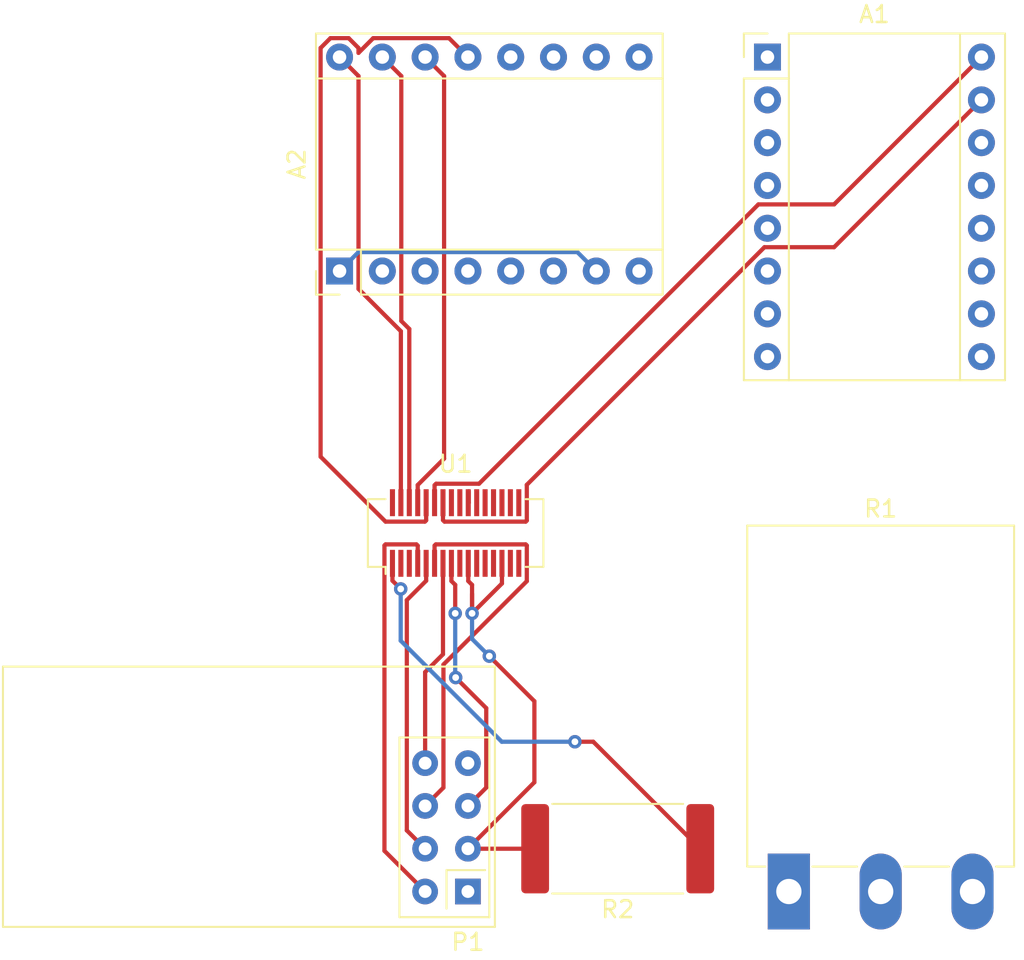
<source format=kicad_pcb>
(kicad_pcb (version 20171130) (host pcbnew 5.1.9)

  (general
    (thickness 1.6)
    (drawings 0)
    (tracks 97)
    (zones 0)
    (modules 6)
    (nets 49)
  )

  (page A4)
  (layers
    (0 F.Cu signal)
    (31 B.Cu signal)
    (32 B.Adhes user)
    (33 F.Adhes user)
    (34 B.Paste user)
    (35 F.Paste user)
    (36 B.SilkS user)
    (37 F.SilkS user)
    (38 B.Mask user)
    (39 F.Mask user)
    (40 Dwgs.User user)
    (41 Cmts.User user)
    (42 Eco1.User user)
    (43 Eco2.User user)
    (44 Edge.Cuts user)
    (45 Margin user)
    (46 B.CrtYd user)
    (47 F.CrtYd user)
    (48 B.Fab user)
    (49 F.Fab user)
  )

  (setup
    (last_trace_width 0.25)
    (trace_clearance 0.2)
    (zone_clearance 0.508)
    (zone_45_only no)
    (trace_min 0.2)
    (via_size 0.8)
    (via_drill 0.4)
    (via_min_size 0.4)
    (via_min_drill 0.3)
    (uvia_size 0.3)
    (uvia_drill 0.1)
    (uvias_allowed no)
    (uvia_min_size 0.2)
    (uvia_min_drill 0.1)
    (edge_width 0.05)
    (segment_width 0.2)
    (pcb_text_width 0.3)
    (pcb_text_size 1.5 1.5)
    (mod_edge_width 0.12)
    (mod_text_size 1 1)
    (mod_text_width 0.15)
    (pad_size 1.524 1.524)
    (pad_drill 0.762)
    (pad_to_mask_clearance 0)
    (aux_axis_origin 0 0)
    (visible_elements FFFFFF7F)
    (pcbplotparams
      (layerselection 0x010fc_ffffffff)
      (usegerberextensions false)
      (usegerberattributes true)
      (usegerberadvancedattributes true)
      (creategerberjobfile true)
      (excludeedgelayer true)
      (linewidth 0.100000)
      (plotframeref false)
      (viasonmask false)
      (mode 1)
      (useauxorigin false)
      (hpglpennumber 1)
      (hpglpenspeed 20)
      (hpglpendiameter 15.000000)
      (psnegative false)
      (psa4output false)
      (plotreference true)
      (plotvalue true)
      (plotinvisibletext false)
      (padsonsilk false)
      (subtractmaskfromsilk false)
      (outputformat 1)
      (mirror false)
      (drillshape 1)
      (scaleselection 1)
      (outputdirectory ""))
  )

  (net 0 "")
  (net 1 "Net-(A1-Pad16)")
  (net 2 +12V)
  (net 3 "Net-(A1-Pad15)")
  (net 4 GND)
  (net 5 "Net-(A1-Pad14)")
  (net 6 "Net-(A1-Pad6)")
  (net 7 "Net-(A1-Pad13)")
  (net 8 "Net-(A1-Pad5)")
  (net 9 "Net-(A1-Pad12)")
  (net 10 "Net-(A1-Pad4)")
  (net 11 "Net-(A1-Pad11)")
  (net 12 "Net-(A1-Pad3)")
  (net 13 "Net-(A1-Pad10)")
  (net 14 "Net-(A1-Pad2)")
  (net 15 "Net-(A1-Pad9)")
  (net 16 "Net-(A2-Pad16)")
  (net 17 "Net-(A2-Pad15)")
  (net 18 "Net-(A2-Pad14)")
  (net 19 "Net-(A2-Pad6)")
  (net 20 "Net-(A2-Pad13)")
  (net 21 "Net-(A2-Pad5)")
  (net 22 "Net-(A2-Pad12)")
  (net 23 "Net-(A2-Pad4)")
  (net 24 "Net-(A2-Pad11)")
  (net 25 "Net-(A2-Pad3)")
  (net 26 "Net-(A2-Pad10)")
  (net 27 "Net-(A2-Pad2)")
  (net 28 "Net-(A2-Pad9)")
  (net 29 "Net-(P1-Pad8)")
  (net 30 "Net-(P1-Pad7)")
  (net 31 "Net-(P1-Pad6)")
  (net 32 "Net-(P1-Pad5)")
  (net 33 "Net-(P1-Pad4)")
  (net 34 "Net-(P1-Pad2)")
  (net 35 "Net-(P1-Pad1)")
  (net 36 "Net-(R1-Pad2)")
  (net 37 +3V3)
  (net 38 "Net-(U1-Pad30)")
  (net 39 "Net-(U1-Pad29)")
  (net 40 "Net-(U1-Pad28)")
  (net 41 "Net-(U1-Pad25)")
  (net 42 "Net-(U1-Pad24)")
  (net 43 "Net-(U1-Pad17)")
  (net 44 "Net-(U1-Pad16)")
  (net 45 "Net-(U1-Pad13)")
  (net 46 "Net-(U1-Pad12)")
  (net 47 "Net-(U1-Pad3)")
  (net 48 "Net-(U1-Pad2)")

  (net_class Default "This is the default net class."
    (clearance 0.2)
    (trace_width 0.25)
    (via_dia 0.8)
    (via_drill 0.4)
    (uvia_dia 0.3)
    (uvia_drill 0.1)
    (add_net +12V)
    (add_net +3V3)
    (add_net GND)
    (add_net "Net-(A1-Pad10)")
    (add_net "Net-(A1-Pad11)")
    (add_net "Net-(A1-Pad12)")
    (add_net "Net-(A1-Pad13)")
    (add_net "Net-(A1-Pad14)")
    (add_net "Net-(A1-Pad15)")
    (add_net "Net-(A1-Pad16)")
    (add_net "Net-(A1-Pad2)")
    (add_net "Net-(A1-Pad3)")
    (add_net "Net-(A1-Pad4)")
    (add_net "Net-(A1-Pad5)")
    (add_net "Net-(A1-Pad6)")
    (add_net "Net-(A1-Pad9)")
    (add_net "Net-(A2-Pad10)")
    (add_net "Net-(A2-Pad11)")
    (add_net "Net-(A2-Pad12)")
    (add_net "Net-(A2-Pad13)")
    (add_net "Net-(A2-Pad14)")
    (add_net "Net-(A2-Pad15)")
    (add_net "Net-(A2-Pad16)")
    (add_net "Net-(A2-Pad2)")
    (add_net "Net-(A2-Pad3)")
    (add_net "Net-(A2-Pad4)")
    (add_net "Net-(A2-Pad5)")
    (add_net "Net-(A2-Pad6)")
    (add_net "Net-(A2-Pad9)")
    (add_net "Net-(P1-Pad1)")
    (add_net "Net-(P1-Pad2)")
    (add_net "Net-(P1-Pad4)")
    (add_net "Net-(P1-Pad5)")
    (add_net "Net-(P1-Pad6)")
    (add_net "Net-(P1-Pad7)")
    (add_net "Net-(P1-Pad8)")
    (add_net "Net-(R1-Pad2)")
    (add_net "Net-(U1-Pad12)")
    (add_net "Net-(U1-Pad13)")
    (add_net "Net-(U1-Pad16)")
    (add_net "Net-(U1-Pad17)")
    (add_net "Net-(U1-Pad2)")
    (add_net "Net-(U1-Pad24)")
    (add_net "Net-(U1-Pad25)")
    (add_net "Net-(U1-Pad28)")
    (add_net "Net-(U1-Pad29)")
    (add_net "Net-(U1-Pad3)")
    (add_net "Net-(U1-Pad30)")
  )

  (module Connector_Hirose:Hirose_DF12_DF12E3.0-32DP-0.5V_2x16_P0.50mm_Vertical (layer F.Cu) (tedit 5D2467A2) (tstamp 60167E59)
    (at 146.59 65.08)
    (descr "Hirose DF12E SMD, DF12E3.0-32DP-0.5V, 32 Pins per row (https://www.hirose.com/product/document?clcode=CL0537-0834-6-81&productname=DF12E(3.0)-50DP-0.5V(81)&series=DF12&documenttype=2DDrawing&lang=en&documentid=0000992393), generated with kicad-footprint-generator")
    (tags "connector Hirose DF12 vertical")
    (path /6014BF17)
    (attr smd)
    (fp_text reference U1 (at 0 -4.1) (layer F.SilkS)
      (effects (font (size 1 1) (thickness 0.15)))
    )
    (fp_text value "NodeMCU_1.0_(ESP-12E)" (at 0 4.1) (layer F.Fab)
      (effects (font (size 1 1) (thickness 0.15)))
    )
    (fp_text user %R (at 0 -1.2) (layer F.Fab)
      (effects (font (size 1 1) (thickness 0.15)))
    )
    (fp_line (start -5.1 1.9) (end -5.1 -1.9) (layer F.Fab) (width 0.1))
    (fp_line (start -5.1 -1.9) (end 5.1 -1.9) (layer F.Fab) (width 0.1))
    (fp_line (start 5.1 -1.9) (end 5.1 1.9) (layer F.Fab) (width 0.1))
    (fp_line (start 5.1 1.9) (end -5.1 1.9) (layer F.Fab) (width 0.1))
    (fp_line (start -4.35 1.225) (end -4.35 -1.225) (layer F.Fab) (width 0.1))
    (fp_line (start -4.35 -1.225) (end 4.35 -1.225) (layer F.Fab) (width 0.1))
    (fp_line (start 4.35 -1.225) (end 4.35 1.225) (layer F.Fab) (width 0.1))
    (fp_line (start 4.35 1.225) (end -4.35 1.225) (layer F.Fab) (width 0.1))
    (fp_line (start -3.95 2.65) (end -3.75 1.8) (layer F.Fab) (width 0.1))
    (fp_line (start -3.75 1.8) (end -3.55 2.65) (layer F.Fab) (width 0.1))
    (fp_line (start -3.55 2.65) (end -3.95 2.65) (layer F.Fab) (width 0.1))
    (fp_line (start -4.16 2.433333) (end -4.16 2.01) (layer F.SilkS) (width 0.12))
    (fp_line (start -4.16 2.01) (end -5.21 2.01) (layer F.SilkS) (width 0.12))
    (fp_line (start -5.21 2.01) (end -5.21 -2.01) (layer F.SilkS) (width 0.12))
    (fp_line (start -5.21 -2.01) (end -4.16 -2.01) (layer F.SilkS) (width 0.12))
    (fp_line (start 4.16 2.01) (end 5.21 2.01) (layer F.SilkS) (width 0.12))
    (fp_line (start 5.21 2.01) (end 5.21 -2.01) (layer F.SilkS) (width 0.12))
    (fp_line (start 5.21 -2.01) (end 4.16 -2.01) (layer F.SilkS) (width 0.12))
    (fp_line (start -5.6 -3.1) (end -5.6 3.1) (layer F.CrtYd) (width 0.05))
    (fp_line (start -5.6 3.1) (end 5.6 3.1) (layer F.CrtYd) (width 0.05))
    (fp_line (start 5.6 3.1) (end 5.6 -3.1) (layer F.CrtYd) (width 0.05))
    (fp_line (start 5.6 -3.1) (end -5.6 -3.1) (layer F.CrtYd) (width 0.05))
    (pad "" smd rect (at 3.75 -2) (size 0.28 1.2) (layers F.Paste))
    (pad "" smd rect (at 3.25 -2) (size 0.28 1.2) (layers F.Paste))
    (pad "" smd rect (at 2.75 -2) (size 0.28 1.2) (layers F.Paste))
    (pad "" smd rect (at 2.25 -2) (size 0.28 1.2) (layers F.Paste))
    (pad "" smd rect (at 1.75 -2) (size 0.28 1.2) (layers F.Paste))
    (pad "" smd rect (at 1.25 -2) (size 0.28 1.2) (layers F.Paste))
    (pad "" smd rect (at 0.75 -2) (size 0.28 1.2) (layers F.Paste))
    (pad "" smd rect (at 0.25 -2) (size 0.28 1.2) (layers F.Paste))
    (pad "" smd rect (at -0.25 -2) (size 0.28 1.2) (layers F.Paste))
    (pad "" smd rect (at -0.75 -2) (size 0.28 1.2) (layers F.Paste))
    (pad "" smd rect (at -1.25 -2) (size 0.28 1.2) (layers F.Paste))
    (pad "" smd rect (at -1.75 -2) (size 0.28 1.2) (layers F.Paste))
    (pad "" smd rect (at -2.25 -2) (size 0.28 1.2) (layers F.Paste))
    (pad "" smd rect (at -2.75 -2) (size 0.28 1.2) (layers F.Paste))
    (pad "" smd rect (at -3.25 -2) (size 0.28 1.2) (layers F.Paste))
    (pad "" smd rect (at -3.75 -2) (size 0.28 1.2) (layers F.Paste))
    (pad "" smd rect (at 3.75 2) (size 0.28 1.2) (layers F.Paste))
    (pad "" smd rect (at 3.25 2) (size 0.28 1.2) (layers F.Paste))
    (pad "" smd rect (at 2.75 2) (size 0.28 1.2) (layers F.Paste))
    (pad "" smd rect (at 2.25 2) (size 0.28 1.2) (layers F.Paste))
    (pad "" smd rect (at 1.75 2) (size 0.28 1.2) (layers F.Paste))
    (pad "" smd rect (at 1.25 2) (size 0.28 1.2) (layers F.Paste))
    (pad "" smd rect (at 0.75 2) (size 0.28 1.2) (layers F.Paste))
    (pad "" smd rect (at 0.25 2) (size 0.28 1.2) (layers F.Paste))
    (pad "" smd rect (at -0.25 2) (size 0.28 1.2) (layers F.Paste))
    (pad "" smd rect (at -0.75 2) (size 0.28 1.2) (layers F.Paste))
    (pad "" smd rect (at -1.25 2) (size 0.28 1.2) (layers F.Paste))
    (pad "" smd rect (at -1.75 2) (size 0.28 1.2) (layers F.Paste))
    (pad "" smd rect (at -2.25 2) (size 0.28 1.2) (layers F.Paste))
    (pad "" smd rect (at -2.75 2) (size 0.28 1.2) (layers F.Paste))
    (pad "" smd rect (at -3.25 2) (size 0.28 1.2) (layers F.Paste))
    (pad "" smd rect (at -3.75 2) (size 0.28 1.2) (layers F.Paste))
    (pad 32 smd rect (at 3.75 -1.8) (size 0.3 1.6) (layers F.Cu F.Mask))
    (pad 31 smd rect (at 3.25 -1.8) (size 0.3 1.6) (layers F.Cu F.Mask))
    (pad 30 smd rect (at 2.75 -1.8) (size 0.3 1.6) (layers F.Cu F.Mask)
      (net 38 "Net-(U1-Pad30)"))
    (pad 29 smd rect (at 2.25 -1.8) (size 0.3 1.6) (layers F.Cu F.Mask)
      (net 39 "Net-(U1-Pad29)"))
    (pad 28 smd rect (at 1.75 -1.8) (size 0.3 1.6) (layers F.Cu F.Mask)
      (net 40 "Net-(U1-Pad28)"))
    (pad 27 smd rect (at 1.25 -1.8) (size 0.3 1.6) (layers F.Cu F.Mask)
      (net 7 "Net-(A1-Pad13)"))
    (pad 26 smd rect (at 0.75 -1.8) (size 0.3 1.6) (layers F.Cu F.Mask)
      (net 5 "Net-(A1-Pad14)"))
    (pad 25 smd rect (at 0.25 -1.8) (size 0.3 1.6) (layers F.Cu F.Mask)
      (net 41 "Net-(U1-Pad25)"))
    (pad 24 smd rect (at -0.25 -1.8) (size 0.3 1.6) (layers F.Cu F.Mask)
      (net 42 "Net-(U1-Pad24)"))
    (pad 23 smd rect (at -0.75 -1.8) (size 0.3 1.6) (layers F.Cu F.Mask)
      (net 3 "Net-(A1-Pad15)"))
    (pad 22 smd rect (at -1.25 -1.8) (size 0.3 1.6) (layers F.Cu F.Mask)
      (net 1 "Net-(A1-Pad16)"))
    (pad 21 smd rect (at -1.75 -1.8) (size 0.3 1.6) (layers F.Cu F.Mask)
      (net 20 "Net-(A2-Pad13)"))
    (pad 20 smd rect (at -2.25 -1.8) (size 0.3 1.6) (layers F.Cu F.Mask)
      (net 18 "Net-(A2-Pad14)"))
    (pad 19 smd rect (at -2.75 -1.8) (size 0.3 1.6) (layers F.Cu F.Mask)
      (net 17 "Net-(A2-Pad15)"))
    (pad 18 smd rect (at -3.25 -1.8) (size 0.3 1.6) (layers F.Cu F.Mask)
      (net 16 "Net-(A2-Pad16)"))
    (pad 17 smd rect (at -3.75 -1.8) (size 0.3 1.6) (layers F.Cu F.Mask)
      (net 43 "Net-(U1-Pad17)"))
    (pad 16 smd rect (at 3.75 1.8) (size 0.3 1.6) (layers F.Cu F.Mask)
      (net 44 "Net-(U1-Pad16)"))
    (pad 15 smd rect (at 3.25 1.8) (size 0.3 1.6) (layers F.Cu F.Mask)
      (net 37 +3V3))
    (pad 14 smd rect (at 2.75 1.8) (size 0.3 1.6) (layers F.Cu F.Mask)
      (net 4 GND))
    (pad 13 smd rect (at 2.25 1.8) (size 0.3 1.6) (layers F.Cu F.Mask)
      (net 45 "Net-(U1-Pad13)"))
    (pad 12 smd rect (at 1.75 1.8) (size 0.3 1.6) (layers F.Cu F.Mask)
      (net 46 "Net-(U1-Pad12)"))
    (pad 11 smd rect (at 1.25 1.8) (size 0.3 1.6) (layers F.Cu F.Mask)
      (net 35 "Net-(P1-Pad1)"))
    (pad 10 smd rect (at 0.75 1.8) (size 0.3 1.6) (layers F.Cu F.Mask)
      (net 4 GND))
    (pad 9 smd rect (at 0.25 1.8) (size 0.3 1.6) (layers F.Cu F.Mask)
      (net 30 "Net-(P1-Pad7)"))
    (pad 8 smd rect (at -0.25 1.8) (size 0.3 1.6) (layers F.Cu F.Mask)
      (net 32 "Net-(P1-Pad5)"))
    (pad 7 smd rect (at -0.75 1.8) (size 0.3 1.6) (layers F.Cu F.Mask)
      (net 29 "Net-(P1-Pad8)"))
    (pad 6 smd rect (at -1.25 1.8) (size 0.3 1.6) (layers F.Cu F.Mask)
      (net 31 "Net-(P1-Pad6)"))
    (pad 5 smd rect (at -1.75 1.8) (size 0.3 1.6) (layers F.Cu F.Mask)
      (net 33 "Net-(P1-Pad4)"))
    (pad 4 smd rect (at -2.25 1.8) (size 0.3 1.6) (layers F.Cu F.Mask)
      (net 34 "Net-(P1-Pad2)"))
    (pad 3 smd rect (at -2.75 1.8) (size 0.3 1.6) (layers F.Cu F.Mask)
      (net 47 "Net-(U1-Pad3)"))
    (pad 2 smd rect (at -3.25 1.8) (size 0.3 1.6) (layers F.Cu F.Mask)
      (net 48 "Net-(U1-Pad2)"))
    (pad 1 smd rect (at -3.75 1.8) (size 0.3 1.6) (layers F.Cu F.Mask)
      (net 36 "Net-(R1-Pad2)"))
    (model ${KISYS3DMOD}/Connector_Hirose.3dshapes/Hirose_DF12_DF12E3.0-32DP-0.5V_2x16_P0.50mm_Vertical.wrl
      (at (xyz 0 0 0))
      (scale (xyz 1 1 1))
      (rotate (xyz 0 0 0))
    )
  )

  (module Resistor_SMD:R_4020_10251Metric_Pad1.65x5.30mm_HandSolder (layer F.Cu) (tedit 5F68FEEE) (tstamp 60167DFE)
    (at 156.21 83.82 180)
    (descr "Resistor SMD 4020 (10251 Metric), square (rectangular) end terminal, IPC_7351 nominal with elongated pad for handsoldering. (Body size source: http://datasheet.octopart.com/HVC0603T5004FET-Ohmite-datasheet-26699797.pdf), generated with kicad-footprint-generator")
    (tags "resistor handsolder")
    (path /601DE619)
    (attr smd)
    (fp_text reference R2 (at 0 -3.6) (layer F.SilkS)
      (effects (font (size 1 1) (thickness 0.15)))
    )
    (fp_text value R (at 0 3.6) (layer F.Fab)
      (effects (font (size 1 1) (thickness 0.15)))
    )
    (fp_text user %R (at 0 0) (layer F.Fab)
      (effects (font (size 1 1) (thickness 0.15)))
    )
    (fp_line (start -5.1 2.55) (end -5.1 -2.55) (layer F.Fab) (width 0.1))
    (fp_line (start -5.1 -2.55) (end 5.1 -2.55) (layer F.Fab) (width 0.1))
    (fp_line (start 5.1 -2.55) (end 5.1 2.55) (layer F.Fab) (width 0.1))
    (fp_line (start 5.1 2.55) (end -5.1 2.55) (layer F.Fab) (width 0.1))
    (fp_line (start -3.886252 -2.66) (end 3.886252 -2.66) (layer F.SilkS) (width 0.12))
    (fp_line (start -3.886252 2.66) (end 3.886252 2.66) (layer F.SilkS) (width 0.12))
    (fp_line (start -5.98 2.9) (end -5.98 -2.9) (layer F.CrtYd) (width 0.05))
    (fp_line (start -5.98 -2.9) (end 5.98 -2.9) (layer F.CrtYd) (width 0.05))
    (fp_line (start 5.98 -2.9) (end 5.98 2.9) (layer F.CrtYd) (width 0.05))
    (fp_line (start 5.98 2.9) (end -5.98 2.9) (layer F.CrtYd) (width 0.05))
    (pad 2 smd roundrect (at 4.9 0 180) (size 1.65 5.3) (layers F.Cu F.Paste F.Mask) (roundrect_rratio 0.151515)
      (net 4 GND))
    (pad 1 smd roundrect (at -4.9 0 180) (size 1.65 5.3) (layers F.Cu F.Paste F.Mask) (roundrect_rratio 0.151515)
      (net 36 "Net-(R1-Pad2)"))
    (model ${KISYS3DMOD}/Resistor_SMD.3dshapes/R_4020_10251Metric.wrl
      (at (xyz 0 0 0))
      (scale (xyz 1 1 1))
      (rotate (xyz 0 0 0))
    )
  )

  (module Package_TO_SOT_THT:TO-3PB-3_Horizontal_TabDown (layer F.Cu) (tedit 5AC8701B) (tstamp 60167DED)
    (at 166.37 86.36)
    (descr "TO-3PB-3, Horizontal, RM 5.45mm, , see http://www.onsemi.com/pub/Collateral/340AC.PDF")
    (tags "TO-3PB-3 Horizontal RM 5.45mm ")
    (path /6015693C)
    (fp_text reference R1 (at 5.45 -22.72) (layer F.SilkS)
      (effects (font (size 1 1) (thickness 0.15)))
    )
    (fp_text value R_Variable (at 5.45 3.25) (layer F.Fab)
      (effects (font (size 1 1) (thickness 0.15)))
    )
    (fp_text user %R (at 5.45 -22.72) (layer F.Fab)
      (effects (font (size 1 1) (thickness 0.15)))
    )
    (fp_circle (center 5.45 -16.6) (end 7.05 -16.6) (layer F.Fab) (width 0.1))
    (fp_line (start -2.35 -15.401) (end -2.35 -19.3) (layer F.Fab) (width 0.1))
    (fp_line (start -2.35 -19.3) (end -1.05 -21.6) (layer F.Fab) (width 0.1))
    (fp_line (start -1.05 -21.6) (end 11.95 -21.6) (layer F.Fab) (width 0.1))
    (fp_line (start 11.95 -21.6) (end 13.25 -19.3) (layer F.Fab) (width 0.1))
    (fp_line (start 13.25 -19.3) (end 13.25 -15.401) (layer F.Fab) (width 0.1))
    (fp_line (start -2.35 -1.6) (end -2.35 -15.401) (layer F.Fab) (width 0.1))
    (fp_line (start -2.35 -15.401) (end 0.351 -20.1) (layer F.Fab) (width 0.1))
    (fp_line (start 0.351 -20.1) (end 10.55 -20.1) (layer F.Fab) (width 0.1))
    (fp_line (start 10.55 -20.1) (end 13.25 -15.401) (layer F.Fab) (width 0.1))
    (fp_line (start 13.25 -15.401) (end 13.25 -1.6) (layer F.Fab) (width 0.1))
    (fp_line (start 13.25 -1.6) (end -2.35 -1.6) (layer F.Fab) (width 0.1))
    (fp_line (start 0 -1.6) (end 0 0) (layer F.Fab) (width 0.1))
    (fp_line (start 5.45 -1.6) (end 5.45 0) (layer F.Fab) (width 0.1))
    (fp_line (start 10.9 -1.6) (end 10.9 0) (layer F.Fab) (width 0.1))
    (fp_line (start -2.47 -1.48) (end -1.4 -1.48) (layer F.SilkS) (width 0.12))
    (fp_line (start 1.4 -1.48) (end 4.051 -1.48) (layer F.SilkS) (width 0.12))
    (fp_line (start 6.85 -1.48) (end 9.5 -1.48) (layer F.SilkS) (width 0.12))
    (fp_line (start 12.3 -1.48) (end 13.37 -1.48) (layer F.SilkS) (width 0.12))
    (fp_line (start -2.47 -21.72) (end 13.37 -21.72) (layer F.SilkS) (width 0.12))
    (fp_line (start -2.47 -21.72) (end -2.47 -1.48) (layer F.SilkS) (width 0.12))
    (fp_line (start 13.37 -21.72) (end 13.37 -1.48) (layer F.SilkS) (width 0.12))
    (fp_line (start -2.6 -21.85) (end -2.6 2.5) (layer F.CrtYd) (width 0.05))
    (fp_line (start -2.6 2.5) (end 13.51 2.5) (layer F.CrtYd) (width 0.05))
    (fp_line (start 13.51 2.5) (end 13.51 -21.85) (layer F.CrtYd) (width 0.05))
    (fp_line (start 13.51 -21.85) (end -2.6 -21.85) (layer F.CrtYd) (width 0.05))
    (pad 3 thru_hole oval (at 10.9 0) (size 2.5 4.5) (drill 1.5) (layers *.Cu *.Mask))
    (pad 2 thru_hole oval (at 5.45 0) (size 2.5 4.5) (drill 1.5) (layers *.Cu *.Mask)
      (net 36 "Net-(R1-Pad2)"))
    (pad 1 thru_hole rect (at 0 0) (size 2.5 4.5) (drill 1.5) (layers *.Cu *.Mask)
      (net 37 +3V3))
    (pad "" np_thru_hole oval (at 5.45 -16.6) (size 3.4 3.4) (drill 3.4) (layers *.Cu *.Mask))
    (model ${KISYS3DMOD}/Package_TO_SOT_THT.3dshapes/TO-3PB-3_Horizontal_TabDown.wrl
      (at (xyz 0 0 0))
      (scale (xyz 1 1 1))
      (rotate (xyz 0 0 0))
    )
  )

  (module RF_Module:nRF24L01_Breakout (layer F.Cu) (tedit 5A056C61) (tstamp 60167DCA)
    (at 147.32 86.36 180)
    (descr "nRF24L01 breakout board")
    (tags "nRF24L01 adapter breakout")
    (path /601587C2)
    (fp_text reference P1 (at 0 -3) (layer F.SilkS)
      (effects (font (size 1 1) (thickness 0.15)))
    )
    (fp_text value RFID-RC522-MODULE (at 13 5) (layer F.Fab)
      (effects (font (size 1 1) (thickness 0.15)))
    )
    (fp_text user %R (at 12.5 2.5) (layer F.Fab)
      (effects (font (size 1 1) (thickness 0.15)))
    )
    (fp_line (start -1.5 -2) (end 27.5 -2) (layer F.Fab) (width 0.1))
    (fp_line (start 27.5 -2) (end 27.5 13.25) (layer F.Fab) (width 0.1))
    (fp_line (start 27.5 13.25) (end -1.5 13.25) (layer F.Fab) (width 0.1))
    (fp_line (start -1.5 13.25) (end -1.5 -2) (layer F.Fab) (width 0.1))
    (fp_line (start -1.5 -2) (end -1.5 -2) (layer F.Fab) (width 0.1))
    (fp_line (start -1.27 -1.27) (end 3.81 -1.27) (layer F.Fab) (width 0.1))
    (fp_line (start 3.81 -1.27) (end 3.81 8.89) (layer F.Fab) (width 0.1))
    (fp_line (start 3.81 8.89) (end -1.27 8.89) (layer F.Fab) (width 0.1))
    (fp_line (start -1.27 8.89) (end -1.27 -1.27) (layer F.Fab) (width 0.1))
    (fp_line (start -1.27 -1.27) (end -1.27 -1.27) (layer F.Fab) (width 0.1))
    (fp_line (start -1.27 -1.524) (end 4.064 -1.524) (layer F.SilkS) (width 0.12))
    (fp_line (start 4.064 -1.524) (end 4.064 9.144) (layer F.SilkS) (width 0.12))
    (fp_line (start 4.064 9.144) (end -1.27 9.144) (layer F.SilkS) (width 0.12))
    (fp_line (start -1.27 9.144) (end -1.27 9.144) (layer F.SilkS) (width 0.12))
    (fp_line (start 1.27 -1.016) (end 1.27 1.27) (layer F.SilkS) (width 0.12))
    (fp_line (start 1.27 1.27) (end -1.016 1.27) (layer F.SilkS) (width 0.12))
    (fp_line (start -1.016 1.27) (end -1.016 1.27) (layer F.SilkS) (width 0.12))
    (fp_line (start -1.6 -2.1) (end 27.6 -2.1) (layer F.SilkS) (width 0.12))
    (fp_line (start 27.6 -2.1) (end 27.6 13.35) (layer F.SilkS) (width 0.12))
    (fp_line (start 27.6 13.35) (end -1.6 13.35) (layer F.SilkS) (width 0.12))
    (fp_line (start -1.6 13.35) (end -1.6 -2.1) (layer F.SilkS) (width 0.12))
    (fp_line (start -1.6 -2.1) (end -1.6 -2.1) (layer F.SilkS) (width 0.12))
    (fp_line (start -1.27 9.144) (end -1.27 -1.524) (layer F.SilkS) (width 0.12))
    (fp_line (start -1.27 -1.524) (end -1.27 -1.524) (layer F.SilkS) (width 0.12))
    (fp_line (start 27.75 -2.25) (end -1.75 -2.25) (layer F.CrtYd) (width 0.05))
    (fp_line (start -1.75 -2.25) (end -1.75 13.5) (layer F.CrtYd) (width 0.05))
    (fp_line (start -1.75 13.5) (end 27.75 13.5) (layer F.CrtYd) (width 0.05))
    (fp_line (start 27.75 13.5) (end 27.75 -2.25) (layer F.CrtYd) (width 0.05))
    (fp_line (start 27.75 -2.25) (end 27.75 -2.25) (layer F.CrtYd) (width 0.05))
    (pad 8 thru_hole circle (at 2.54 7.62 180) (size 1.524 1.524) (drill 0.762) (layers *.Cu *.Mask)
      (net 29 "Net-(P1-Pad8)"))
    (pad 7 thru_hole circle (at 0 7.62 180) (size 1.524 1.524) (drill 0.762) (layers *.Cu *.Mask)
      (net 30 "Net-(P1-Pad7)"))
    (pad 6 thru_hole circle (at 2.54 5.08 180) (size 1.524 1.524) (drill 0.762) (layers *.Cu *.Mask)
      (net 31 "Net-(P1-Pad6)"))
    (pad 5 thru_hole circle (at 0 5.08 180) (size 1.524 1.524) (drill 0.762) (layers *.Cu *.Mask)
      (net 32 "Net-(P1-Pad5)"))
    (pad 4 thru_hole circle (at 2.54 2.54 180) (size 1.524 1.524) (drill 0.762) (layers *.Cu *.Mask)
      (net 33 "Net-(P1-Pad4)"))
    (pad 3 thru_hole circle (at 0 2.54 180) (size 1.524 1.524) (drill 0.762) (layers *.Cu *.Mask)
      (net 4 GND))
    (pad 2 thru_hole circle (at 2.54 0 180) (size 1.524 1.524) (drill 0.762) (layers *.Cu *.Mask)
      (net 34 "Net-(P1-Pad2)"))
    (pad 1 thru_hole rect (at 0 0 180) (size 1.524 1.524) (drill 0.762) (layers *.Cu *.Mask)
      (net 35 "Net-(P1-Pad1)"))
    (model ${KISYS3DMOD}/RF_Module.3dshapes/nRF24L01_Breakout.wrl
      (at (xyz 0 0 0))
      (scale (xyz 1 1 1))
      (rotate (xyz 0 0 0))
    )
  )

  (module Module:Pololu_Breakout-16_15.2x20.3mm (layer F.Cu) (tedit 58AB602C) (tstamp 60167DA0)
    (at 139.7 49.53 90)
    (descr "Pololu Breakout 16-pin 15.2x20.3mm 0.6x0.8\\")
    (tags "Pololu Breakout")
    (path /6014F3F0)
    (fp_text reference A2 (at 6.35 -2.54 90) (layer F.SilkS)
      (effects (font (size 1 1) (thickness 0.15)))
    )
    (fp_text value Pololu_Breakout_A4988 (at 6.35 20.17 90) (layer F.Fab)
      (effects (font (size 1 1) (thickness 0.15)))
    )
    (fp_text user %R (at 6.35 0 90) (layer F.Fab)
      (effects (font (size 1 1) (thickness 0.15)))
    )
    (fp_line (start 11.43 -1.4) (end 11.43 19.18) (layer F.SilkS) (width 0.12))
    (fp_line (start 1.27 1.27) (end 1.27 19.18) (layer F.SilkS) (width 0.12))
    (fp_line (start 0 -1.4) (end -1.4 -1.4) (layer F.SilkS) (width 0.12))
    (fp_line (start -1.4 -1.4) (end -1.4 0) (layer F.SilkS) (width 0.12))
    (fp_line (start 1.27 -1.4) (end 1.27 1.27) (layer F.SilkS) (width 0.12))
    (fp_line (start 1.27 1.27) (end -1.4 1.27) (layer F.SilkS) (width 0.12))
    (fp_line (start -1.4 1.27) (end -1.4 19.18) (layer F.SilkS) (width 0.12))
    (fp_line (start -1.4 19.18) (end 14.1 19.18) (layer F.SilkS) (width 0.12))
    (fp_line (start 14.1 19.18) (end 14.1 -1.4) (layer F.SilkS) (width 0.12))
    (fp_line (start 14.1 -1.4) (end 1.27 -1.4) (layer F.SilkS) (width 0.12))
    (fp_line (start -1.27 0) (end 0 -1.27) (layer F.Fab) (width 0.1))
    (fp_line (start 0 -1.27) (end 13.97 -1.27) (layer F.Fab) (width 0.1))
    (fp_line (start 13.97 -1.27) (end 13.97 19.05) (layer F.Fab) (width 0.1))
    (fp_line (start 13.97 19.05) (end -1.27 19.05) (layer F.Fab) (width 0.1))
    (fp_line (start -1.27 19.05) (end -1.27 0) (layer F.Fab) (width 0.1))
    (fp_line (start -1.53 -1.52) (end 14.21 -1.52) (layer F.CrtYd) (width 0.05))
    (fp_line (start -1.53 -1.52) (end -1.53 19.3) (layer F.CrtYd) (width 0.05))
    (fp_line (start 14.21 19.3) (end 14.21 -1.52) (layer F.CrtYd) (width 0.05))
    (fp_line (start 14.21 19.3) (end -1.53 19.3) (layer F.CrtYd) (width 0.05))
    (pad 16 thru_hole oval (at 12.7 0 90) (size 1.6 1.6) (drill 0.8) (layers *.Cu *.Mask)
      (net 16 "Net-(A2-Pad16)"))
    (pad 8 thru_hole oval (at 0 17.78 90) (size 1.6 1.6) (drill 0.8) (layers *.Cu *.Mask)
      (net 2 +12V))
    (pad 15 thru_hole oval (at 12.7 2.54 90) (size 1.6 1.6) (drill 0.8) (layers *.Cu *.Mask)
      (net 17 "Net-(A2-Pad15)"))
    (pad 7 thru_hole oval (at 0 15.24 90) (size 1.6 1.6) (drill 0.8) (layers *.Cu *.Mask)
      (net 4 GND))
    (pad 14 thru_hole oval (at 12.7 5.08 90) (size 1.6 1.6) (drill 0.8) (layers *.Cu *.Mask)
      (net 18 "Net-(A2-Pad14)"))
    (pad 6 thru_hole oval (at 0 12.7 90) (size 1.6 1.6) (drill 0.8) (layers *.Cu *.Mask)
      (net 19 "Net-(A2-Pad6)"))
    (pad 13 thru_hole oval (at 12.7 7.62 90) (size 1.6 1.6) (drill 0.8) (layers *.Cu *.Mask)
      (net 20 "Net-(A2-Pad13)"))
    (pad 5 thru_hole oval (at 0 10.16 90) (size 1.6 1.6) (drill 0.8) (layers *.Cu *.Mask)
      (net 21 "Net-(A2-Pad5)"))
    (pad 12 thru_hole oval (at 12.7 10.16 90) (size 1.6 1.6) (drill 0.8) (layers *.Cu *.Mask)
      (net 22 "Net-(A2-Pad12)"))
    (pad 4 thru_hole oval (at 0 7.62 90) (size 1.6 1.6) (drill 0.8) (layers *.Cu *.Mask)
      (net 23 "Net-(A2-Pad4)"))
    (pad 11 thru_hole oval (at 12.7 12.7 90) (size 1.6 1.6) (drill 0.8) (layers *.Cu *.Mask)
      (net 24 "Net-(A2-Pad11)"))
    (pad 3 thru_hole oval (at 0 5.08 90) (size 1.6 1.6) (drill 0.8) (layers *.Cu *.Mask)
      (net 25 "Net-(A2-Pad3)"))
    (pad 10 thru_hole oval (at 12.7 15.24 90) (size 1.6 1.6) (drill 0.8) (layers *.Cu *.Mask)
      (net 26 "Net-(A2-Pad10)"))
    (pad 2 thru_hole oval (at 0 2.54 90) (size 1.6 1.6) (drill 0.8) (layers *.Cu *.Mask)
      (net 27 "Net-(A2-Pad2)"))
    (pad 9 thru_hole oval (at 12.7 17.78 90) (size 1.6 1.6) (drill 0.8) (layers *.Cu *.Mask)
      (net 28 "Net-(A2-Pad9)"))
    (pad 1 thru_hole rect (at 0 0 90) (size 1.6 1.6) (drill 0.8) (layers *.Cu *.Mask)
      (net 4 GND))
    (model ${KISYS3DMOD}/Module.3dshapes/Pololu_Breakout-16_15.2x20.3mm.wrl
      (at (xyz 0 0 0))
      (scale (xyz 1 1 1))
      (rotate (xyz 0 0 0))
    )
  )

  (module Module:Pololu_Breakout-16_15.2x20.3mm (layer F.Cu) (tedit 58AB602C) (tstamp 60167D78)
    (at 165.1 36.83)
    (descr "Pololu Breakout 16-pin 15.2x20.3mm 0.6x0.8\\")
    (tags "Pololu Breakout")
    (path /6014EA75)
    (fp_text reference A1 (at 6.35 -2.54) (layer F.SilkS)
      (effects (font (size 1 1) (thickness 0.15)))
    )
    (fp_text value Pololu_Breakout_A4988 (at 6.35 20.17) (layer F.Fab)
      (effects (font (size 1 1) (thickness 0.15)))
    )
    (fp_text user %R (at 6.35 0) (layer F.Fab)
      (effects (font (size 1 1) (thickness 0.15)))
    )
    (fp_line (start 11.43 -1.4) (end 11.43 19.18) (layer F.SilkS) (width 0.12))
    (fp_line (start 1.27 1.27) (end 1.27 19.18) (layer F.SilkS) (width 0.12))
    (fp_line (start 0 -1.4) (end -1.4 -1.4) (layer F.SilkS) (width 0.12))
    (fp_line (start -1.4 -1.4) (end -1.4 0) (layer F.SilkS) (width 0.12))
    (fp_line (start 1.27 -1.4) (end 1.27 1.27) (layer F.SilkS) (width 0.12))
    (fp_line (start 1.27 1.27) (end -1.4 1.27) (layer F.SilkS) (width 0.12))
    (fp_line (start -1.4 1.27) (end -1.4 19.18) (layer F.SilkS) (width 0.12))
    (fp_line (start -1.4 19.18) (end 14.1 19.18) (layer F.SilkS) (width 0.12))
    (fp_line (start 14.1 19.18) (end 14.1 -1.4) (layer F.SilkS) (width 0.12))
    (fp_line (start 14.1 -1.4) (end 1.27 -1.4) (layer F.SilkS) (width 0.12))
    (fp_line (start -1.27 0) (end 0 -1.27) (layer F.Fab) (width 0.1))
    (fp_line (start 0 -1.27) (end 13.97 -1.27) (layer F.Fab) (width 0.1))
    (fp_line (start 13.97 -1.27) (end 13.97 19.05) (layer F.Fab) (width 0.1))
    (fp_line (start 13.97 19.05) (end -1.27 19.05) (layer F.Fab) (width 0.1))
    (fp_line (start -1.27 19.05) (end -1.27 0) (layer F.Fab) (width 0.1))
    (fp_line (start -1.53 -1.52) (end 14.21 -1.52) (layer F.CrtYd) (width 0.05))
    (fp_line (start -1.53 -1.52) (end -1.53 19.3) (layer F.CrtYd) (width 0.05))
    (fp_line (start 14.21 19.3) (end 14.21 -1.52) (layer F.CrtYd) (width 0.05))
    (fp_line (start 14.21 19.3) (end -1.53 19.3) (layer F.CrtYd) (width 0.05))
    (pad 16 thru_hole oval (at 12.7 0) (size 1.6 1.6) (drill 0.8) (layers *.Cu *.Mask)
      (net 1 "Net-(A1-Pad16)"))
    (pad 8 thru_hole oval (at 0 17.78) (size 1.6 1.6) (drill 0.8) (layers *.Cu *.Mask)
      (net 2 +12V))
    (pad 15 thru_hole oval (at 12.7 2.54) (size 1.6 1.6) (drill 0.8) (layers *.Cu *.Mask)
      (net 3 "Net-(A1-Pad15)"))
    (pad 7 thru_hole oval (at 0 15.24) (size 1.6 1.6) (drill 0.8) (layers *.Cu *.Mask)
      (net 4 GND))
    (pad 14 thru_hole oval (at 12.7 5.08) (size 1.6 1.6) (drill 0.8) (layers *.Cu *.Mask)
      (net 5 "Net-(A1-Pad14)"))
    (pad 6 thru_hole oval (at 0 12.7) (size 1.6 1.6) (drill 0.8) (layers *.Cu *.Mask)
      (net 6 "Net-(A1-Pad6)"))
    (pad 13 thru_hole oval (at 12.7 7.62) (size 1.6 1.6) (drill 0.8) (layers *.Cu *.Mask)
      (net 7 "Net-(A1-Pad13)"))
    (pad 5 thru_hole oval (at 0 10.16) (size 1.6 1.6) (drill 0.8) (layers *.Cu *.Mask)
      (net 8 "Net-(A1-Pad5)"))
    (pad 12 thru_hole oval (at 12.7 10.16) (size 1.6 1.6) (drill 0.8) (layers *.Cu *.Mask)
      (net 9 "Net-(A1-Pad12)"))
    (pad 4 thru_hole oval (at 0 7.62) (size 1.6 1.6) (drill 0.8) (layers *.Cu *.Mask)
      (net 10 "Net-(A1-Pad4)"))
    (pad 11 thru_hole oval (at 12.7 12.7) (size 1.6 1.6) (drill 0.8) (layers *.Cu *.Mask)
      (net 11 "Net-(A1-Pad11)"))
    (pad 3 thru_hole oval (at 0 5.08) (size 1.6 1.6) (drill 0.8) (layers *.Cu *.Mask)
      (net 12 "Net-(A1-Pad3)"))
    (pad 10 thru_hole oval (at 12.7 15.24) (size 1.6 1.6) (drill 0.8) (layers *.Cu *.Mask)
      (net 13 "Net-(A1-Pad10)"))
    (pad 2 thru_hole oval (at 0 2.54) (size 1.6 1.6) (drill 0.8) (layers *.Cu *.Mask)
      (net 14 "Net-(A1-Pad2)"))
    (pad 9 thru_hole oval (at 12.7 17.78) (size 1.6 1.6) (drill 0.8) (layers *.Cu *.Mask)
      (net 15 "Net-(A1-Pad9)"))
    (pad 1 thru_hole rect (at 0 0) (size 1.6 1.6) (drill 0.8) (layers *.Cu *.Mask)
      (net 4 GND))
    (model ${KISYS3DMOD}/Module.3dshapes/Pololu_Breakout-16_15.2x20.3mm.wrl
      (at (xyz 0 0 0))
      (scale (xyz 1 1 1))
      (rotate (xyz 0 0 0))
    )
  )

  (segment (start 147.980001 62.154999) (end 164.559999 45.575001) (width 0.25) (layer F.Cu) (net 1))
  (segment (start 164.559999 45.575001) (end 169.054999 45.575001) (width 0.25) (layer F.Cu) (net 1))
  (segment (start 145.429999 62.154999) (end 147.980001 62.154999) (width 0.25) (layer F.Cu) (net 1))
  (segment (start 169.054999 45.575001) (end 177.8 36.83) (width 0.25) (layer F.Cu) (net 1))
  (segment (start 145.34 62.244998) (end 145.429999 62.154999) (width 0.25) (layer F.Cu) (net 1))
  (segment (start 145.34 63.28) (end 145.34 62.244998) (width 0.25) (layer F.Cu) (net 1))
  (segment (start 145.84 64.315002) (end 145.84 63.28) (width 0.25) (layer F.Cu) (net 3))
  (segment (start 150.750001 64.405001) (end 145.929999 64.405001) (width 0.25) (layer F.Cu) (net 3))
  (segment (start 145.929999 64.405001) (end 145.84 64.315002) (width 0.25) (layer F.Cu) (net 3))
  (segment (start 150.815001 64.340001) (end 150.750001 64.405001) (width 0.25) (layer F.Cu) (net 3))
  (segment (start 150.815001 62.219999) (end 150.815001 64.340001) (width 0.25) (layer F.Cu) (net 3))
  (segment (start 164.919999 48.115001) (end 150.815001 62.219999) (width 0.25) (layer F.Cu) (net 3))
  (segment (start 169.054999 48.115001) (end 164.919999 48.115001) (width 0.25) (layer F.Cu) (net 3))
  (segment (start 177.8 39.37) (end 169.054999 48.115001) (width 0.25) (layer F.Cu) (net 3))
  (via (at 147.565003 69.85) (size 0.8) (drill 0.4) (layers F.Cu B.Cu) (net 4))
  (segment (start 147.565003 68.155003) (end 147.565003 69.85) (width 0.25) (layer F.Cu) (net 4))
  (segment (start 147.34 67.93) (end 147.565003 68.155003) (width 0.25) (layer F.Cu) (net 4))
  (segment (start 147.34 66.88) (end 147.34 67.93) (width 0.25) (layer F.Cu) (net 4))
  (segment (start 147.565003 71.365003) (end 148.59 72.39) (width 0.25) (layer B.Cu) (net 4))
  (via (at 148.59 72.39) (size 0.8) (drill 0.4) (layers F.Cu B.Cu) (net 4))
  (segment (start 147.565003 69.85) (end 147.565003 71.365003) (width 0.25) (layer B.Cu) (net 4))
  (segment (start 151.265011 79.874989) (end 147.32 83.82) (width 0.25) (layer F.Cu) (net 4))
  (segment (start 151.265011 75.065011) (end 151.265011 79.874989) (width 0.25) (layer F.Cu) (net 4))
  (segment (start 148.59 72.39) (end 151.265011 75.065011) (width 0.25) (layer F.Cu) (net 4))
  (segment (start 151.31 83.82) (end 147.32 83.82) (width 0.25) (layer F.Cu) (net 4))
  (segment (start 149.34 68.075003) (end 147.565003 69.85) (width 0.25) (layer F.Cu) (net 4))
  (segment (start 149.34 66.88) (end 149.34 68.075003) (width 0.25) (layer F.Cu) (net 4))
  (segment (start 147.565003 69.85) (end 147.565003 68.689999) (width 0.25) (layer F.Cu) (net 4))
  (segment (start 140.825001 48.404999) (end 139.7 49.53) (width 0.25) (layer B.Cu) (net 4))
  (segment (start 153.814999 48.404999) (end 140.825001 48.404999) (width 0.25) (layer B.Cu) (net 4))
  (segment (start 154.94 49.53) (end 153.814999 48.404999) (width 0.25) (layer B.Cu) (net 4))
  (segment (start 147.364999 63.28) (end 147.364999 62.605009) (width 0.25) (layer F.Cu) (net 5))
  (segment (start 147.34 63.28) (end 147.364999 63.28) (width 0.25) (layer F.Cu) (net 5))
  (segment (start 140.825001 37.955001) (end 139.7 36.83) (width 0.25) (layer F.Cu) (net 16))
  (segment (start 140.825001 50.590001) (end 140.825001 37.955001) (width 0.25) (layer F.Cu) (net 16))
  (segment (start 143.34 53.105) (end 140.825001 50.590001) (width 0.25) (layer F.Cu) (net 16))
  (segment (start 143.34 63.28) (end 143.34 53.105) (width 0.25) (layer F.Cu) (net 16))
  (segment (start 143.365001 52.493591) (end 143.84 52.96859) (width 0.25) (layer F.Cu) (net 17))
  (segment (start 143.365001 37.955001) (end 143.365001 52.493591) (width 0.25) (layer F.Cu) (net 17))
  (segment (start 143.84 52.96859) (end 143.84 63.28) (width 0.25) (layer F.Cu) (net 17))
  (segment (start 142.24 36.83) (end 143.365001 37.955001) (width 0.25) (layer F.Cu) (net 17))
  (segment (start 145.905001 37.955001) (end 144.78 36.83) (width 0.25) (layer F.Cu) (net 18))
  (segment (start 145.905001 60.664999) (end 145.905001 37.955001) (width 0.25) (layer F.Cu) (net 18))
  (segment (start 144.34 62.23) (end 145.905001 60.664999) (width 0.25) (layer F.Cu) (net 18))
  (segment (start 144.34 63.28) (end 144.34 62.23) (width 0.25) (layer F.Cu) (net 18))
  (segment (start 146.194999 35.704999) (end 147.32 36.83) (width 0.25) (layer F.Cu) (net 20))
  (segment (start 141.699999 35.704999) (end 146.194999 35.704999) (width 0.25) (layer F.Cu) (net 20))
  (segment (start 140.240001 35.704999) (end 140.825001 36.289999) (width 0.25) (layer F.Cu) (net 20))
  (segment (start 139.159999 35.704999) (end 140.240001 35.704999) (width 0.25) (layer F.Cu) (net 20))
  (segment (start 140.825001 36.579997) (end 141.699999 35.704999) (width 0.25) (layer F.Cu) (net 20))
  (segment (start 138.574999 36.289999) (end 139.159999 35.704999) (width 0.25) (layer F.Cu) (net 20))
  (segment (start 138.574999 60.550001) (end 138.574999 36.289999) (width 0.25) (layer F.Cu) (net 20))
  (segment (start 142.429999 64.405001) (end 138.574999 60.550001) (width 0.25) (layer F.Cu) (net 20))
  (segment (start 144.764999 64.405001) (end 142.429999 64.405001) (width 0.25) (layer F.Cu) (net 20))
  (segment (start 140.825001 36.289999) (end 140.825001 36.579997) (width 0.25) (layer F.Cu) (net 20))
  (segment (start 144.84 64.33) (end 144.764999 64.405001) (width 0.25) (layer F.Cu) (net 20))
  (segment (start 144.84 63.28) (end 144.84 64.33) (width 0.25) (layer F.Cu) (net 20))
  (segment (start 144.78 73.338592) (end 144.78 78.74) (width 0.25) (layer F.Cu) (net 29))
  (segment (start 145.84 72.278592) (end 144.78 73.338592) (width 0.25) (layer F.Cu) (net 29))
  (segment (start 145.84 66.88) (end 145.84 72.278592) (width 0.25) (layer F.Cu) (net 29))
  (segment (start 145.34 65.83) (end 145.34 66.88) (width 0.25) (layer F.Cu) (net 31))
  (segment (start 145.415001 65.754999) (end 145.34 65.83) (width 0.25) (layer F.Cu) (net 31))
  (segment (start 150.750001 65.754999) (end 145.415001 65.754999) (width 0.25) (layer F.Cu) (net 31))
  (segment (start 150.815001 67.940001) (end 150.815001 65.819999) (width 0.25) (layer F.Cu) (net 31))
  (segment (start 145.867001 72.888001) (end 150.815001 67.940001) (width 0.25) (layer F.Cu) (net 31))
  (segment (start 150.815001 65.819999) (end 150.750001 65.754999) (width 0.25) (layer F.Cu) (net 31))
  (segment (start 145.867001 80.192999) (end 145.867001 72.888001) (width 0.25) (layer F.Cu) (net 31))
  (segment (start 144.78 81.28) (end 145.867001 80.192999) (width 0.25) (layer F.Cu) (net 31))
  (via (at 146.565 69.85) (size 0.8) (drill 0.4) (layers F.Cu B.Cu) (net 32))
  (segment (start 146.565 68.155) (end 146.565 69.85) (width 0.25) (layer F.Cu) (net 32))
  (segment (start 146.34 67.93) (end 146.565 68.155) (width 0.25) (layer F.Cu) (net 32))
  (segment (start 146.34 66.88) (end 146.34 67.93) (width 0.25) (layer F.Cu) (net 32))
  (via (at 146.592001 73.66) (size 0.8) (drill 0.4) (layers F.Cu B.Cu) (net 32))
  (segment (start 146.565 73.632999) (end 146.592001 73.66) (width 0.25) (layer B.Cu) (net 32))
  (segment (start 146.565 69.85) (end 146.565 73.632999) (width 0.25) (layer B.Cu) (net 32))
  (segment (start 148.407001 80.192999) (end 147.32 81.28) (width 0.25) (layer F.Cu) (net 32))
  (segment (start 148.407001 75.475) (end 148.407001 80.192999) (width 0.25) (layer F.Cu) (net 32))
  (segment (start 146.592001 73.66) (end 148.407001 75.475) (width 0.25) (layer F.Cu) (net 32))
  (segment (start 143.692999 82.732999) (end 144.78 83.82) (width 0.25) (layer F.Cu) (net 33))
  (segment (start 143.692999 69.062003) (end 143.692999 82.732999) (width 0.25) (layer F.Cu) (net 33))
  (segment (start 144.84 67.915002) (end 143.692999 69.062003) (width 0.25) (layer F.Cu) (net 33))
  (segment (start 144.84 66.88) (end 144.84 67.915002) (width 0.25) (layer F.Cu) (net 33))
  (segment (start 142.364999 83.944999) (end 144.78 86.36) (width 0.25) (layer F.Cu) (net 34))
  (segment (start 142.364999 65.819999) (end 142.364999 83.944999) (width 0.25) (layer F.Cu) (net 34))
  (segment (start 142.429999 65.754999) (end 142.364999 65.819999) (width 0.25) (layer F.Cu) (net 34))
  (segment (start 144.264999 65.754999) (end 142.429999 65.754999) (width 0.25) (layer F.Cu) (net 34))
  (segment (start 144.34 65.83) (end 144.264999 65.754999) (width 0.25) (layer F.Cu) (net 34))
  (segment (start 144.34 66.88) (end 144.34 65.83) (width 0.25) (layer F.Cu) (net 34))
  (segment (start 142.84 67.91) (end 143.329848 68.399848) (width 0.25) (layer F.Cu) (net 36))
  (via (at 143.329848 68.399848) (size 0.8) (drill 0.4) (layers F.Cu B.Cu) (net 36))
  (segment (start 142.84 66.88) (end 142.84 67.91) (width 0.25) (layer F.Cu) (net 36))
  (via (at 153.67 77.47) (size 0.8) (drill 0.4) (layers F.Cu B.Cu) (net 36))
  (segment (start 149.328999 77.47) (end 153.67 77.47) (width 0.25) (layer B.Cu) (net 36))
  (segment (start 143.329848 71.470849) (end 149.328999 77.47) (width 0.25) (layer B.Cu) (net 36))
  (segment (start 143.329848 68.399848) (end 143.329848 71.470849) (width 0.25) (layer B.Cu) (net 36))
  (segment (start 154.76 77.47) (end 161.11 83.82) (width 0.25) (layer F.Cu) (net 36))
  (segment (start 153.67 77.47) (end 154.76 77.47) (width 0.25) (layer F.Cu) (net 36))

)

</source>
